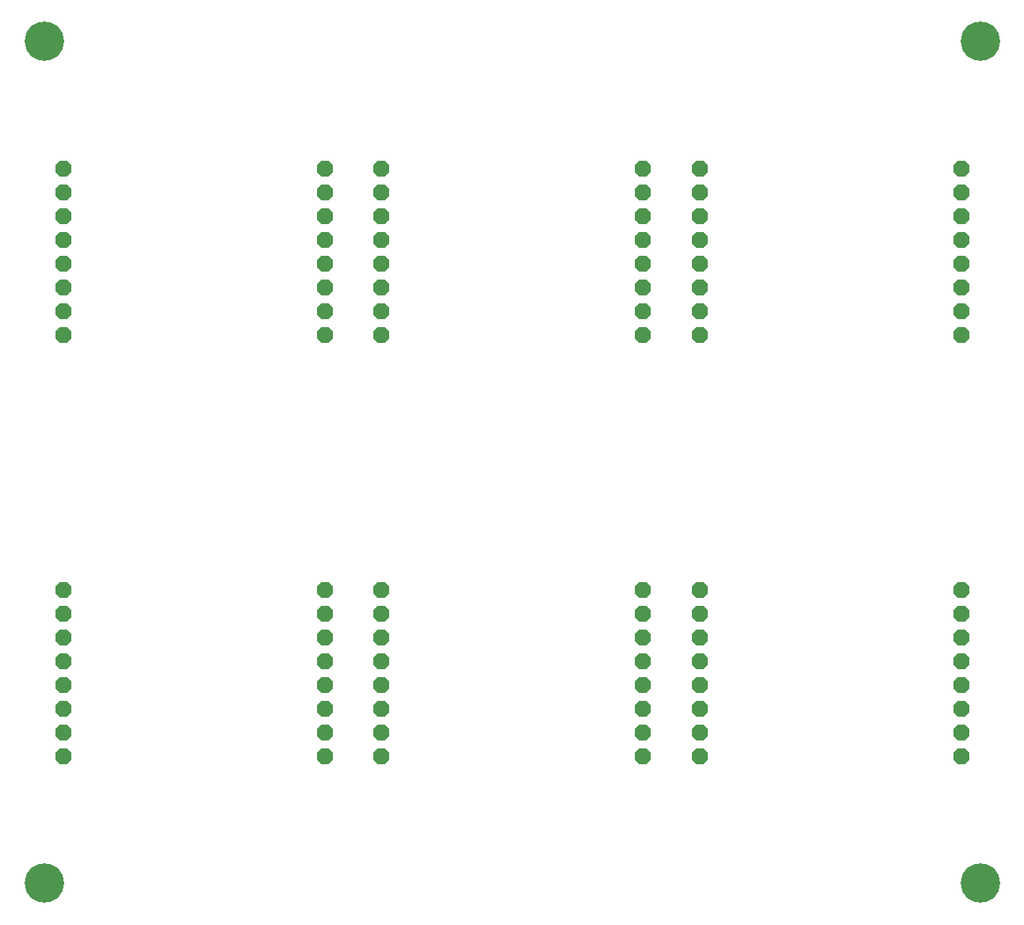
<source format=gbs>
G75*
%MOIN*%
%OFA0B0*%
%FSLAX25Y25*%
%IPPOS*%
%LPD*%
%AMOC8*
5,1,8,0,0,1.08239X$1,22.5*
%
%ADD10C,0.16548*%
%ADD11OC8,0.06706*%
D10*
X0083995Y0077437D03*
X0477696Y0077437D03*
X0477696Y0431768D03*
X0083995Y0431768D03*
D11*
X0091987Y0378185D03*
X0091987Y0368185D03*
X0091987Y0358185D03*
X0091987Y0348185D03*
X0091987Y0338185D03*
X0091987Y0328185D03*
X0091987Y0318185D03*
X0091987Y0308185D03*
X0201987Y0308185D03*
X0201987Y0318185D03*
X0201987Y0328185D03*
X0201987Y0338185D03*
X0201987Y0348185D03*
X0201987Y0358185D03*
X0201987Y0368185D03*
X0201987Y0378185D03*
X0225846Y0378185D03*
X0225846Y0368185D03*
X0225846Y0358185D03*
X0225846Y0348185D03*
X0225846Y0338185D03*
X0225846Y0328185D03*
X0225846Y0318185D03*
X0225846Y0308185D03*
X0335846Y0308185D03*
X0335846Y0318185D03*
X0335846Y0328185D03*
X0335846Y0338185D03*
X0335846Y0348185D03*
X0335846Y0358185D03*
X0335846Y0368185D03*
X0335846Y0378185D03*
X0359704Y0378185D03*
X0359704Y0368185D03*
X0359704Y0358185D03*
X0359704Y0348185D03*
X0359704Y0338185D03*
X0359704Y0328185D03*
X0359704Y0318185D03*
X0359704Y0308185D03*
X0469704Y0308185D03*
X0469704Y0318185D03*
X0469704Y0328185D03*
X0469704Y0338185D03*
X0469704Y0348185D03*
X0469704Y0358185D03*
X0469704Y0368185D03*
X0469704Y0378185D03*
X0469704Y0201020D03*
X0469704Y0191020D03*
X0469704Y0181020D03*
X0469704Y0171020D03*
X0469704Y0161020D03*
X0469704Y0151020D03*
X0469704Y0141020D03*
X0469704Y0131020D03*
X0359704Y0131020D03*
X0359704Y0141020D03*
X0359704Y0151020D03*
X0359704Y0161020D03*
X0359704Y0171020D03*
X0359704Y0181020D03*
X0359704Y0191020D03*
X0359704Y0201020D03*
X0335846Y0201020D03*
X0335846Y0191020D03*
X0335846Y0181020D03*
X0335846Y0171020D03*
X0335846Y0161020D03*
X0335846Y0151020D03*
X0335846Y0141020D03*
X0335846Y0131020D03*
X0225846Y0131020D03*
X0225846Y0141020D03*
X0225846Y0151020D03*
X0225846Y0161020D03*
X0225846Y0171020D03*
X0225846Y0181020D03*
X0225846Y0191020D03*
X0225846Y0201020D03*
X0201987Y0201020D03*
X0201987Y0191020D03*
X0201987Y0181020D03*
X0201987Y0171020D03*
X0201987Y0161020D03*
X0201987Y0151020D03*
X0201987Y0141020D03*
X0201987Y0131020D03*
X0091987Y0131020D03*
X0091987Y0141020D03*
X0091987Y0151020D03*
X0091987Y0161020D03*
X0091987Y0171020D03*
X0091987Y0181020D03*
X0091987Y0191020D03*
X0091987Y0201020D03*
M02*

</source>
